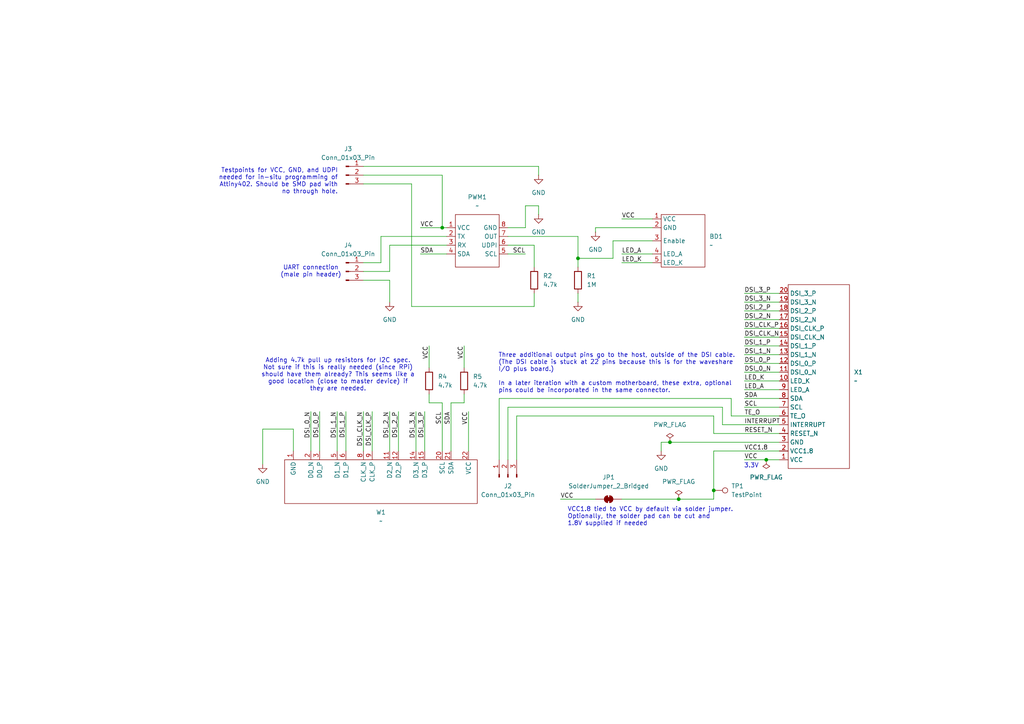
<source format=kicad_sch>
(kicad_sch (version 20250114) (generator "eeschema") (generator_version "9.0")
  (paper "A4")
  (lib_symbols
    (symbol "Connector:Conn_01x03_Pin" (pin_names (offset 1.016) (hide yes))
      (property "Reference" "J" (at 0 5.08 0))
      (property "Value" "Conn_01x03_Pin" (at 0 -5.08 0))
      (symbol "Conn_01x03_Pin_1_1"
        (rectangle (start 0.8636 2.667) (end 0 2.413) (stroke (width 0.1524)) (fill (type outline)))
        (rectangle (start 0.8636 0.127) (end 0 -0.127) (stroke (width 0.1524)) (fill (type outline)))
        (rectangle (start 0.8636 -2.413) (end 0 -2.667) (stroke (width 0.1524)) (fill (type outline)))
        (polyline (pts (xy 1.27 2.54) (xy 0.8636 2.54)) (stroke (width 0.1524)))
        (polyline (pts (xy 1.27 0) (xy 0.8636 0)) (stroke (width 0.1524)))
        (polyline (pts (xy 1.27 -2.54) (xy 0.8636 -2.54)) (stroke (width 0.1524)))
        (pin passive line (at 5.08 2.54 180) (length 3.81) (name "Pin_1") (number "1"))
        (pin passive line (at 5.08 0 180) (length 3.81) (name "Pin_2") (number "2"))
        (pin passive line (at 5.08 -2.54 180) (length 3.81) (name "Pin_3") (number "3"))
      )
    )
    (symbol "Connector:TestPoint" (pin_numbers (hide yes)) (pin_names (offset 0.762) (hide yes))
      (property "Reference" "TP" (at 0 6.858 0))
      (property "Value" "TestPoint" (at 0 5.08 0))
      (symbol "TestPoint_0_1"
        (circle (center 0 3.302) (radius 0.762))
      )
      (symbol "TestPoint_1_1"
        (pin passive line (at 0 0 90) (length 2.54) (name "1") (number "1"))
      )
    )
    (symbol "Device:R" (pin_numbers (hide yes)) (pin_names (offset 0))
      (property "Reference" "R" (at 2.032 0 90))
      (property "Value" "R" (at 0 0 90))
      (symbol "R_0_1"
        (rectangle (start -1.016 -2.54) (end 1.016 2.54) (stroke (width 0.254)))
      )
      (symbol "R_1_1"
        (pin passive line (at 0 3.81 270) (length 1.27) (name "~") (number "1"))
        (pin passive line (at 0 -3.81 90) (length 1.27) (name "~") (number "2"))
      )
    )
    (symbol "Jumper:SolderJumper_2_Bridged" (pin_numbers (hide yes)) (pin_names (offset 0) (hide yes)) (in_bom no)
      (property "Reference" "JP" (at 0 2.032 0))
      (property "Value" "SolderJumper_2_Bridged" (at 0 -2.54 0))
      (symbol "SolderJumper_2_Bridged_0_1"
        (rectangle (start -0.508 0.508) (end 0.508 -0.508) (fill (type outline)))
        (polyline (pts (xy -0.254 1.016) (xy -0.254 -1.016)))
        (arc (start -0.254 -1.016) (mid -1.2656 0) (end -0.254 1.016))
        (arc (start -0.254 -1.016) (mid -1.2656 0) (end -0.254 1.016) (fill (type outline)))
        (arc (start 0.254 1.016) (mid 1.2656 0) (end 0.254 -1.016))
        (arc (start 0.254 1.016) (mid 1.2656 0) (end 0.254 -1.016) (fill (type outline)))
        (polyline (pts (xy 0.254 1.016) (xy 0.254 -1.016)))
      )
      (symbol "SolderJumper_2_Bridged_1_1"
        (pin passive line (at -3.81 0 0) (length 2.54) (name "A") (number "1"))
        (pin passive line (at 3.81 0 180) (length 2.54) (name "B") (number "2"))
      )
    )
    (symbol "power:GND" (power) (pin_numbers (hide yes)) (pin_names (offset 0) (hide yes))
      (property "Value" "GND" (at 0 -3.81 0))
      (symbol "GND_0_1"
        (polyline (pts (xy 0 0) (xy 0 -1.27) (xy 1.27 -1.27) (xy 0 -2.54) (xy -1.27 -1.27) (xy 0 -1.27)))
      )
      (symbol "GND_1_1"
        (pin power_in line (at 0 0 270) (length 0) (name "~") (number "1"))
      )
    )
    (symbol "power:PWR_FLAG" (power) (pin_numbers (hide yes)) (pin_names (offset 0) (hide yes))
      (property "Value" "PWR_FLAG" (at 0 3.81 0))
      (symbol "PWR_FLAG_0_0"
        (pin power_out line (at 0 0 90) (length 0) (name "~") (number "1"))
      )
      (symbol "PWR_FLAG_0_1"
        (polyline (pts (xy 0 0) (xy 0 1.27) (xy -1.016 1.905) (xy 0 2.54) (xy 1.016 1.905) (xy 0 1.27)))
      )
    )
    (symbol "project:backlight_driver"
      (property "Reference" "BD" (at 3.556 -5.842 0))
      (symbol "backlight_driver_0_1"
        (rectangle (start -6.35 7.62) (end 6.35 -7.62))
      )
      (symbol "backlight_driver_1_1"
        (pin power_in line (at -8.89 6.35 0) (length 2.54) (name "VCC") (number "1"))
        (pin power_in line (at -8.89 3.81 0) (length 2.54) (name "GND") (number "2"))
        (pin input line (at -8.89 0 0) (length 2.54) (name "Enable") (number "3"))
        (pin output line (at -8.89 -3.81 0) (length 2.54) (name "LED_A") (number "4"))
        (pin output line (at -8.89 -6.35 0) (length 2.54) (name "LED_K") (number "5"))
      )
    )
    (symbol "project:mipi_breakout_header_conn"
      (property "Reference" "X" (at 7.112 0 0))
      (symbol "mipi_breakout_header_conn_0_1"
        (rectangle (start -8.89 27.94) (end 8.89 -25.4))
      )
      (symbol "mipi_breakout_header_conn_1_1"
        (pin output line (at -11.43 25.4 0) (length 2.54) (name "DSI_3_P") (number "20"))
        (pin output line (at -11.43 22.86 0) (length 2.54) (name "DSI_3_N") (number "19"))
        (pin output line (at -11.43 20.32 0) (length 2.54) (name "DSI_2_P") (number "18"))
        (pin output line (at -11.43 17.78 0) (length 2.54) (name "DSI_2_N") (number "17"))
        (pin output line (at -11.43 15.24 0) (length 2.54) (name "DSI_CLK_P") (number "16"))
        (pin output line (at -11.43 12.7 0) (length 2.54) (name "DSI_CLK_N") (number "15"))
        (pin output line (at -11.43 10.16 0) (length 2.54) (name "DSI_1_P") (number "14"))
        (pin output line (at -11.43 7.62 0) (length 2.54) (name "DSI_1_N") (number "13"))
        (pin output line (at -11.43 5.08 0) (length 2.54) (name "DSI_0_P") (number "12"))
        (pin output line (at -11.43 2.54 0) (length 2.54) (name "DSI_0_N") (number "11"))
        (pin input line (at -11.43 0 0) (length 2.54) (name "LED_K") (number "10"))
        (pin input line (at -11.43 -2.54 0) (length 2.54) (name "LED_A") (number "9"))
        (pin bidirectional line (at -11.43 -5.08 0) (length 2.54) (name "SDA") (number "8"))
        (pin input line (at -11.43 -7.62 0) (length 2.54) (name "SCL") (number "7"))
        (pin output line (at -11.43 -10.16 0) (length 2.54) (name "TE_O") (number "6"))
        (pin output line (at -11.43 -12.7 0) (length 2.54) (name "INTERRUPT") (number "5"))
        (pin input line (at -11.43 -15.24 0) (length 2.54) (name "RESET_N") (number "4"))
        (pin power_in line (at -11.43 -17.78 0) (length 2.54) (name "GND") (number "3"))
        (pin power_in line (at -11.43 -20.32 0) (length 2.54) (name "VCC1.8") (number "2"))
        (pin power_in line (at -11.43 -22.86 0) (length 2.54) (name "VCC") (number "1"))
      )
    )
    (symbol "project:pwm_generator"
      (property "Reference" "PWM" (at 0 6.096 0))
      (symbol "pwm_generator_0_1"
        (rectangle (start -6.35 7.62) (end 6.35 -7.62))
      )
      (symbol "pwm_generator_1_1"
        (pin power_in line (at -8.89 3.81 0) (length 2.54) (name "VCC") (number "1"))
        (pin output line (at -8.89 1.27 0) (length 2.54) (name "TX") (number "2"))
        (pin input line (at -8.89 -1.27 0) (length 2.54) (name "RX") (number "3"))
        (pin bidirectional line (at -8.89 -3.81 0) (length 2.54) (name "SDA") (number "4"))
        (pin power_in line (at 8.89 3.81 180) (length 2.54) (name "GND") (number "8"))
        (pin output line (at 8.89 1.27 180) (length 2.54) (name "OUT") (number "7"))
        (pin input line (at 8.89 -1.27 180) (length 2.54) (name "UDPI") (number "6"))
        (pin input line (at 8.89 -3.81 180) (length 2.54) (name "SCL") (number "5"))
      )
    )
    (symbol "project:rpi_dsi_connector"
      (property "Reference" "W" (at 0 -4.826 0))
      (symbol "rpi_dsi_connector_0_1"
        (rectangle (start -27.94 6.35) (end 27.94 -6.35))
      )
      (symbol "rpi_dsi_connector_1_1"
        (pin power_in line (at -25.4 8.89 270) (length 2.54) (name "GND") (number "1"))
        (pin input line (at -20.32 8.89 270) (length 2.54) (name "D0_N") (number "2"))
        (pin input line (at -17.78 8.89 270) (length 2.54) (name "D0_P") (number "3"))
        (pin input line (at -12.7 8.89 270) (length 2.54) (name "D1_N") (number "5"))
        (pin input line (at -10.16 8.89 270) (length 2.54) (name "D1_P") (number "6"))
        (pin input line (at -5.08 8.89 270) (length 2.54) (name "CLK_N") (number "8"))
        (pin input line (at -2.54 8.89 270) (length 2.54) (name "CLK_P") (number "9"))
        (pin input line (at 2.54 8.89 270) (length 2.54) (name "D2_N") (number "11"))
        (pin input line (at 5.08 8.89 270) (length 2.54) (name "D2_P") (number "12"))
        (pin input line (at 10.16 8.89 270) (length 2.54) (name "D3_N") (number "14"))
        (pin input line (at 12.7 8.89 270) (length 2.54) (name "D3_P") (number "15"))
        (pin input line (at 17.78 8.89 270) (length 2.54) (name "SCL") (number "20"))
        (pin bidirectional line (at 20.32 8.89 270) (length 2.54) (name "SDA") (number "21"))
        (pin power_in line (at 25.4 8.89 270) (length 2.54) (name "VCC") (number "22"))
      )
    )
  )
  (text "Adding 4.7k pull up resistors for I2C spec.\nNot sure if this is really needed (since RPi)\nshould have them already? This seems like a\ngood location (close to master device) if\nthey are needed." (at 98.044 108.712 0) (effects (font (size 1.27 1.27))))
  (text "Testpoints for VCC, GND, and UDPI\nneeded for in-situ programming of\nAttiny402. Should be SMD pad with\nno through hole." (at 98.044 52.578 0) (effects (font (size 1.27 1.27)) (justify right)))
  (text "UART connection\n(male pin header)" (at 90.17 78.74 0) (effects (font (size 1.27 1.27))))
  (text "3.3V" (at 217.932 135.128 0) (effects (font (size 1.27 1.27))))
  (text "VCC1.8 tied to VCC by default via solder jumper.\nOptionally, the solder pad can be cut and\n1.8V supplied if needed" (at 164.592 149.86 0) (effects (font (size 1.27 1.27)) (justify left)))
  (text "Three additional output pins go to the host, outside of the DSI cable.\n(The DSI cable is stuck at 22 pins because this is for the waveshare\nI/O plus board.)\n\nIn a later iteration with a custom motherboard, these extra, optional\npins could be incorporated in the same connector." (at 144.526 108.204 0) (effects (font (size 1.27 1.27)) (justify left)))
  (junction (at 207.01 142.24))
  (junction (at 222.25 133.35))
  (junction (at 196.85 144.78))
  (junction (at 167.64 74.93))
  (junction (at 194.31 128.27))
  (junction (at 128.27 66.04))
  (wire (pts (xy 156.21 48.26) (xy 105.41 48.26)))
  (wire (pts (xy 128.27 116.84) (xy 128.27 130.81)))
  (wire (pts (xy 215.9 107.95) (xy 226.06 107.95)))
  (wire (pts (xy 128.27 66.04) (xy 128.27 50.8)))
  (wire (pts (xy 105.41 81.28) (xy 113.03 81.28)))
  (wire (pts (xy 119.38 53.34) (xy 105.41 53.34)))
  (wire (pts (xy 156.21 62.23) (xy 156.21 59.69)))
  (wire (pts (xy 215.9 87.63) (xy 226.06 87.63)))
  (wire (pts (xy 129.54 71.12) (xy 113.03 71.12)))
  (wire (pts (xy 147.32 118.11) (xy 147.32 133.35)))
  (wire (pts (xy 124.46 100.33) (xy 124.46 106.68)))
  (wire (pts (xy 180.34 76.2) (xy 189.23 76.2)))
  (wire (pts (xy 147.32 73.66) (xy 152.4 73.66)))
  (wire (pts (xy 172.72 66.04) (xy 172.72 67.31)))
  (wire (pts (xy 156.21 59.69) (xy 152.4 59.69)))
  (wire (pts (xy 154.94 88.9) (xy 119.38 88.9)))
  (wire (pts (xy 222.25 133.35) (xy 226.06 133.35)))
  (wire (pts (xy 124.46 114.3) (xy 124.46 116.84)))
  (wire (pts (xy 113.03 71.12) (xy 113.03 78.74)))
  (wire (pts (xy 90.17 119.38) (xy 90.17 130.81)))
  (wire (pts (xy 167.64 77.47) (xy 167.64 74.93)))
  (wire (pts (xy 154.94 71.12) (xy 154.94 77.47)))
  (wire (pts (xy 207.01 144.78) (xy 207.01 142.24)))
  (wire (pts (xy 209.55 118.11) (xy 147.32 118.11)))
  (wire (pts (xy 147.32 68.58) (xy 167.64 68.58)))
  (wire (pts (xy 134.62 100.33) (xy 134.62 106.68)))
  (wire (pts (xy 177.8 69.85) (xy 189.23 69.85)))
  (wire (pts (xy 92.71 119.38) (xy 92.71 130.81)))
  (wire (pts (xy 177.8 74.93) (xy 177.8 69.85)))
  (wire (pts (xy 207.01 142.24) (xy 207.01 130.81)))
  (wire (pts (xy 121.92 66.04) (xy 128.27 66.04)))
  (wire (pts (xy 147.32 66.04) (xy 152.4 66.04)))
  (wire (pts (xy 180.34 144.78) (xy 196.85 144.78)))
  (wire (pts (xy 215.9 95.25) (xy 226.06 95.25)))
  (wire (pts (xy 215.9 113.03) (xy 226.06 113.03)))
  (wire (pts (xy 134.62 116.84) (xy 134.62 114.3)))
  (wire (pts (xy 212.09 115.57) (xy 144.78 115.57)))
  (wire (pts (xy 154.94 85.09) (xy 154.94 88.9)))
  (wire (pts (xy 215.9 133.35) (xy 222.25 133.35)))
  (wire (pts (xy 189.23 66.04) (xy 172.72 66.04)))
  (wire (pts (xy 226.06 123.19) (xy 209.55 123.19)))
  (wire (pts (xy 215.9 85.09) (xy 226.06 85.09)))
  (wire (pts (xy 119.38 88.9) (xy 119.38 53.34)))
  (wire (pts (xy 215.9 102.87) (xy 226.06 102.87)))
  (wire (pts (xy 100.33 119.38) (xy 100.33 130.81)))
  (wire (pts (xy 207.01 130.81) (xy 226.06 130.81)))
  (wire (pts (xy 130.81 116.84) (xy 134.62 116.84)))
  (wire (pts (xy 129.54 68.58) (xy 110.49 68.58)))
  (wire (pts (xy 144.78 115.57) (xy 144.78 133.35)))
  (wire (pts (xy 85.09 130.81) (xy 85.09 124.46)))
  (wire (pts (xy 180.34 63.5) (xy 189.23 63.5)))
  (wire (pts (xy 196.85 144.78) (xy 207.01 144.78)))
  (wire (pts (xy 180.34 73.66) (xy 189.23 73.66)))
  (wire (pts (xy 207.01 125.73) (xy 207.01 120.65)))
  (wire (pts (xy 115.57 119.38) (xy 115.57 130.81)))
  (wire (pts (xy 123.19 119.38) (xy 123.19 130.81)))
  (wire (pts (xy 110.49 68.58) (xy 110.49 76.2)))
  (wire (pts (xy 120.65 119.38) (xy 120.65 130.81)))
  (wire (pts (xy 162.56 144.78) (xy 172.72 144.78)))
  (wire (pts (xy 156.21 50.8) (xy 156.21 48.26)))
  (wire (pts (xy 226.06 125.73) (xy 207.01 125.73)))
  (wire (pts (xy 215.9 118.11) (xy 226.06 118.11)))
  (wire (pts (xy 105.41 119.38) (xy 105.41 130.81)))
  (wire (pts (xy 212.09 120.65) (xy 212.09 115.57)))
  (wire (pts (xy 167.64 74.93) (xy 177.8 74.93)))
  (wire (pts (xy 167.64 85.09) (xy 167.64 87.63)))
  (wire (pts (xy 215.9 90.17) (xy 226.06 90.17)))
  (wire (pts (xy 152.4 59.69) (xy 152.4 66.04)))
  (wire (pts (xy 121.92 73.66) (xy 129.54 73.66)))
  (wire (pts (xy 209.55 123.19) (xy 209.55 118.11)))
  (wire (pts (xy 226.06 128.27) (xy 194.31 128.27)))
  (wire (pts (xy 113.03 81.28) (xy 113.03 87.63)))
  (wire (pts (xy 85.09 124.46) (xy 76.2 124.46)))
  (wire (pts (xy 215.9 92.71) (xy 226.06 92.71)))
  (wire (pts (xy 128.27 50.8) (xy 105.41 50.8)))
  (wire (pts (xy 76.2 124.46) (xy 76.2 134.62)))
  (wire (pts (xy 97.79 119.38) (xy 97.79 130.81)))
  (wire (pts (xy 124.46 116.84) (xy 128.27 116.84)))
  (wire (pts (xy 113.03 78.74) (xy 105.41 78.74)))
  (wire (pts (xy 130.81 116.84) (xy 130.81 130.81)))
  (wire (pts (xy 207.01 120.65) (xy 149.86 120.65)))
  (wire (pts (xy 215.9 110.49) (xy 226.06 110.49)))
  (wire (pts (xy 226.06 120.65) (xy 212.09 120.65)))
  (wire (pts (xy 194.31 128.27) (xy 191.77 128.27)))
  (wire (pts (xy 110.49 76.2) (xy 105.41 76.2)))
  (wire (pts (xy 113.03 119.38) (xy 113.03 130.81)))
  (wire (pts (xy 215.9 97.79) (xy 226.06 97.79)))
  (wire (pts (xy 167.64 68.58) (xy 167.64 74.93)))
  (wire (pts (xy 149.86 120.65) (xy 149.86 133.35)))
  (wire (pts (xy 215.9 100.33) (xy 226.06 100.33)))
  (wire (pts (xy 215.9 115.57) (xy 226.06 115.57)))
  (wire (pts (xy 215.9 105.41) (xy 226.06 105.41)))
  (wire (pts (xy 107.95 119.38) (xy 107.95 130.81)))
  (wire (pts (xy 147.32 71.12) (xy 154.94 71.12)))
  (wire (pts (xy 135.89 119.38) (xy 135.89 130.81)))
  (wire (pts (xy 191.77 128.27) (xy 191.77 130.81)))
  (wire (pts (xy 128.27 66.04) (xy 129.54 66.04)))
  (label "LED_A" (at 180.34 73.66 0))
  (label "DSI_1_N" (at 97.79 119.38 270))
  (label "LED_K" (at 215.9 110.49 0))
  (label "DSI_0_P" (at 215.9 105.41 0))
  (label "INTERRUPT" (at 215.9 123.19 0))
  (label "VCC1.8" (at 215.9 130.81 0))
  (label "VCC" (at 121.92 66.04 0))
  (label "DSI_3_P" (at 215.9 85.09 0))
  (label "SDA" (at 121.92 73.66 0))
  (label "LED_A" (at 215.9 113.03 0))
  (label "DSI_3_N" (at 120.65 119.38 270))
  (label "VCC" (at 180.34 63.5 0))
  (label "VCC" (at 215.9 133.35 0))
  (label "TE_O" (at 215.9 120.65 0))
  (label "LED_K" (at 180.34 76.2 0))
  (label "VCC" (at 124.46 100.33 270))
  (label "SCL" (at 152.4 73.66 180))
  (label "SCL" (at 215.9 118.11 0))
  (label "SDA" (at 130.81 119.38 270))
  (label "DSI_CLK_P" (at 107.95 119.38 270))
  (label "DSI_3_N" (at 215.9 87.63 0))
  (label "VCC" (at 134.62 100.33 270))
  (label "DSI_3_P" (at 123.19 119.38 270))
  (label "RESET_N" (at 215.9 125.73 0))
  (label "VCC" (at 162.56 144.78 0))
  (label "DSI_1_P" (at 100.33 119.38 270))
  (label "DSI_2_P" (at 215.9 90.17 0))
  (label "DSI_1_N" (at 215.9 102.87 0))
  (label "DSI_0_P" (at 92.71 119.38 270))
  (label "DSI_2_N" (at 113.03 119.38 270))
  (label "DSI_CLK_P" (at 215.9 95.25 0))
  (label "VCC" (at 135.89 119.38 270))
  (label "DSI_1_P" (at 215.9 100.33 0))
  (label "DSI_0_N" (at 90.17 119.38 270))
  (label "DSI_0_N" (at 215.9 107.95 0))
  (label "DSI_2_N" (at 215.9 92.71 0))
  (label "SDA" (at 215.9 115.57 0))
  (label "SCL" (at 128.27 119.38 270))
  (label "DSI_2_P" (at 115.57 119.38 270))
  (label "DSI_CLK_N" (at 105.41 119.38 270))
  (label "DSI_CLK_N" (at 215.9 97.79 0))
  (symbol (lib_id "Connector:Conn_01x03_Pin") (at 100.33 50.8 0) (unit 1)
    (property "Reference" "J3" (at 100.965 43.18 0))
    (property "Value" "Conn_01x03_Pin" (at 100.965 45.72 0))
    (property "Description" "Generic connector, single row, 01x03, script generated" (effects (hide yes)))
  )
  (symbol (lib_id "Device:R") (at 124.46 110.49 0) (unit 1)
    (property "Reference" "R4" (at 127 109.2199 0) (effects (justify left)))
    (property "Value" "4.7k" (at 127 111.7599 0) (effects (justify left)))
    (property "Description" "Resistor" (effects (hide yes)))
  )
  (symbol (lib_id "power:PWR_FLAG") (at 196.85 144.78 0) (unit 1)
    (property "Reference" "#FLG03" (effects (hide yes)))
    (property "Value" "PWR_FLAG" (at 196.85 139.7 0))
    (property "Description" "Special symbol for telling ERC where power comes from" (effects (hide yes)))
  )
  (symbol (lib_id "power:GND") (at 191.77 130.81 0) (unit 1)
    (property "Reference" "#PWR02" (effects (hide yes)))
    (property "Value" "GND" (at 191.77 135.89 0))
    (property "Description" "Power symbol creates a global label with name \"GND\" , ground" (effects (hide yes)))
  )
  (symbol (lib_id "power:GND") (at 156.21 50.8 0) (unit 1)
    (property "Reference" "#PWR07" (effects (hide yes)))
    (property "Value" "GND" (at 156.21 55.88 0))
    (property "Description" "Power symbol creates a global label with name \"GND\" , ground" (effects (hide yes)))
  )
  (symbol (lib_id "Connector:TestPoint") (at 207.01 142.24 270) (unit 1)
    (property "Reference" "TP1" (at 212.09 140.9699 90) (effects (justify left)))
    (property "Value" "TestPoint" (at 212.09 143.5099 90) (effects (justify left)))
    (property "Description" "test point" (effects (hide yes)))
  )
  (symbol (lib_id "power:PWR_FLAG") (at 194.31 128.27 0) (unit 1)
    (property "Reference" "#FLG02" (effects (hide yes)))
    (property "Value" "PWR_FLAG" (at 194.31 123.19 0))
    (property "Description" "Special symbol for telling ERC where power comes from" (effects (hide yes)))
  )
  (symbol (lib_id "power:PWR_FLAG") (at 222.25 133.35 180) (unit 1)
    (property "Reference" "#FLG01" (effects (hide yes)))
    (property "Value" "PWR_FLAG" (at 222.25 138.43 0))
    (property "Description" "Special symbol for telling ERC where power comes from" (effects (hide yes)))
  )
  (symbol (lib_id "project:mipi_breakout_header_conn") (at 237.49 110.49 0) (unit 1)
    (property "Reference" "X1" (at 247.65 107.9499 0) (effects (justify left)))
    (property "Value" "~" (at 247.65 110.4899 0) (effects (justify left)))
  )
  (symbol (lib_id "Jumper:SolderJumper_2_Bridged") (at 176.53 144.78 0) (unit 1) (in_bom no)
    (property "Reference" "JP1" (at 176.53 138.43 0))
    (property "Value" "SolderJumper_2_Bridged" (at 176.53 140.97 0))
    (property "Description" "Solder Jumper, 2-pole, closed/bridged" (effects (hide yes)))
  )
  (symbol (lib_id "project:backlight_driver") (at 198.12 69.85 0) (unit 1)
    (property "Reference" "BD1" (at 205.74 68.5799 0) (effects (justify left)))
    (property "Value" "~" (at 205.74 71.1199 0) (effects (justify left)))
  )
  (symbol (lib_id "Connector:Conn_01x03_Pin") (at 100.33 78.74 0) (unit 1)
    (property "Reference" "J4" (at 100.965 71.12 0))
    (property "Value" "Conn_01x03_Pin" (at 100.965 73.66 0))
    (property "Description" "Generic connector, single row, 01x03, script generated" (effects (hide yes)))
  )
  (symbol (lib_id "power:GND") (at 167.64 87.63 0) (unit 1)
    (property "Reference" "#PWR01" (effects (hide yes)))
    (property "Value" "GND" (at 167.64 92.71 0))
    (property "Description" "Power symbol creates a global label with name \"GND\" , ground" (effects (hide yes)))
  )
  (symbol (lib_id "power:GND") (at 76.2 134.62 0) (unit 1)
    (property "Reference" "#PWR06" (effects (hide yes)))
    (property "Value" "GND" (at 76.2 139.7 0))
    (property "Description" "Power symbol creates a global label with name \"GND\" , ground" (effects (hide yes)))
  )
  (symbol (lib_id "Device:R") (at 134.62 110.49 0) (unit 1)
    (property "Reference" "R5" (at 137.16 109.2199 0) (effects (justify left)))
    (property "Value" "4.7k" (at 137.16 111.7599 0) (effects (justify left)))
    (property "Description" "Resistor" (effects (hide yes)))
  )
  (symbol (lib_id "Connector:Conn_01x03_Pin") (at 147.32 138.43 90) (unit 1)
    (property "Reference" "J2" (at 147.32 140.97 90))
    (property "Value" "Conn_01x03_Pin" (at 147.32 143.51 90))
    (property "Description" "Generic connector, single row, 01x03, script generated" (effects (hide yes)))
  )
  (symbol (lib_id "Device:R") (at 154.94 81.28 0) (unit 1)
    (property "Reference" "R2" (at 157.48 80.0099 0) (effects (justify left)))
    (property "Value" "4.7k" (at 157.48 82.5499 0) (effects (justify left)))
    (property "Description" "Resistor" (effects (hide yes)))
  )
  (symbol (lib_id "power:GND") (at 156.21 62.23 0) (unit 1)
    (property "Reference" "#PWR05" (effects (hide yes)))
    (property "Value" "GND" (at 156.21 67.31 0))
    (property "Description" "Power symbol creates a global label with name \"GND\" , ground" (effects (hide yes)))
  )
  (symbol (lib_id "power:GND") (at 172.72 67.31 0) (unit 1)
    (property "Reference" "#PWR04" (effects (hide yes)))
    (property "Value" "GND" (at 172.72 72.39 0))
    (property "Description" "Power symbol creates a global label with name \"GND\" , ground" (effects (hide yes)))
  )
  (symbol (lib_id "project:pwm_generator") (at 138.43 69.85 0) (unit 1)
    (property "Reference" "PWM1" (at 138.43 57.15 0))
    (property "Value" "~" (at 138.43 59.69 0))
  )
  (symbol (lib_id "Device:R") (at 167.64 81.28 0) (unit 1)
    (property "Reference" "R1" (at 170.18 80.0099 0) (effects (justify left)))
    (property "Value" "1M" (at 170.18 82.5499 0) (effects (justify left)))
    (property "Description" "Resistor" (effects (hide yes)))
  )
  (symbol (lib_id "power:GND") (at 113.03 87.63 0) (unit 1)
    (property "Reference" "#PWR03" (effects (hide yes)))
    (property "Value" "GND" (at 113.03 92.71 0))
    (property "Description" "Power symbol creates a global label with name \"GND\" , ground" (effects (hide yes)))
  )
  (symbol (lib_id "project:rpi_dsi_connector") (at 110.49 139.7 0) (unit 1)
    (property "Reference" "W1" (at 110.49 148.59 0))
    (property "Value" "~" (at 110.49 151.13 0))
  )
)
</source>
